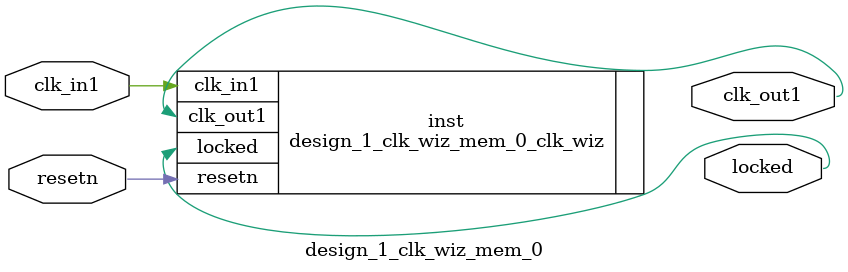
<source format=v>


`timescale 1ps/1ps

(* CORE_GENERATION_INFO = "design_1_clk_wiz_mem_0,clk_wiz_v6_0_4_0_0,{component_name=design_1_clk_wiz_mem_0,use_phase_alignment=true,use_min_o_jitter=false,use_max_i_jitter=false,use_dyn_phase_shift=false,use_inclk_switchover=false,use_dyn_reconfig=false,enable_axi=0,feedback_source=FDBK_AUTO,PRIMITIVE=MMCM,num_out_clk=1,clkin1_period=20.000,clkin2_period=10.0,use_power_down=false,use_reset=true,use_locked=true,use_inclk_stopped=false,feedback_type=SINGLE,CLOCK_MGR_TYPE=NA,manual_override=false}" *)

module design_1_clk_wiz_mem_0 
 (
  // Clock out ports
  output        clk_out1,
  // Status and control signals
  input         resetn,
  output        locked,
 // Clock in ports
  input         clk_in1
 );

  design_1_clk_wiz_mem_0_clk_wiz inst
  (
  // Clock out ports  
  .clk_out1(clk_out1),
  // Status and control signals               
  .resetn(resetn), 
  .locked(locked),
 // Clock in ports
  .clk_in1(clk_in1)
  );

endmodule

</source>
